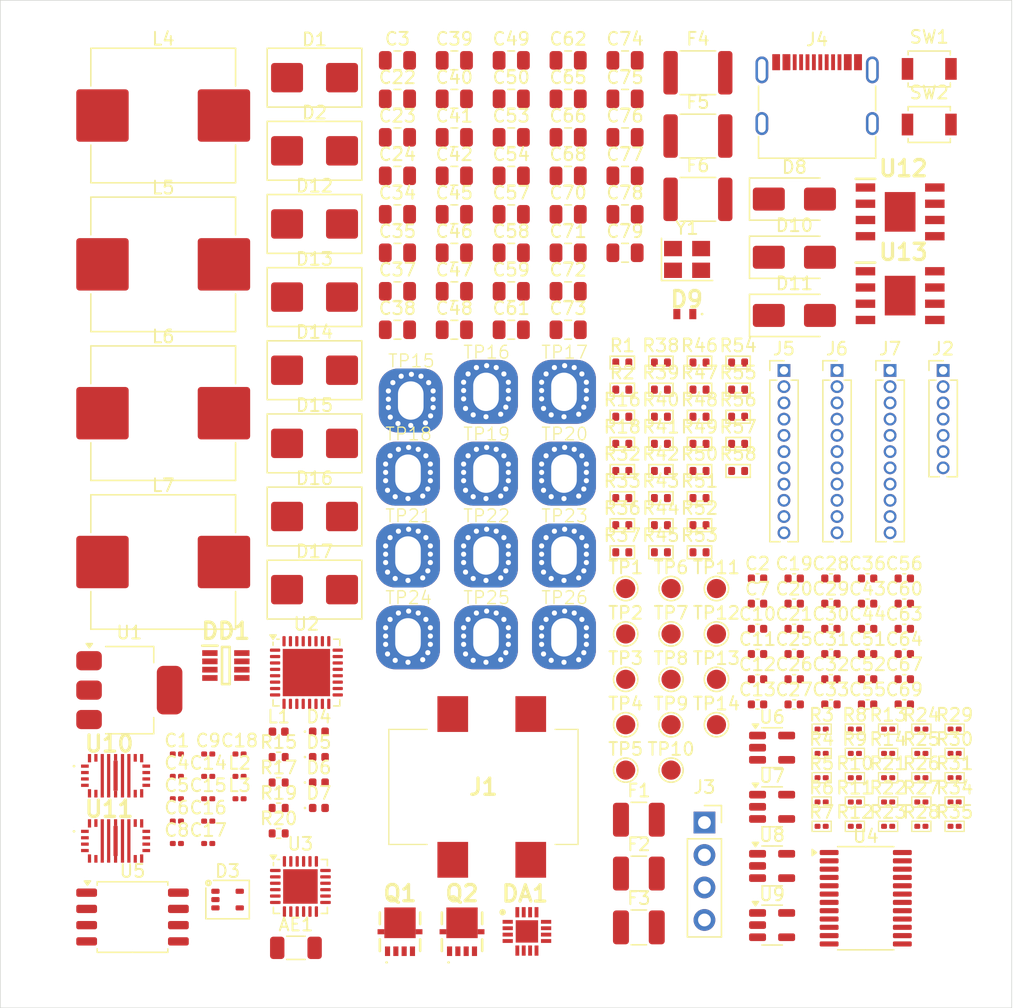
<source format=kicad_pcb>
(kicad_pcb (version 20241229) (generator "pcbnew") (generator_version "9.0")
  (layers (0 "F.Cu" signal) (2 "B.Cu" signal) (13 "F.Paste" user) (15 "B.Paste" user) (5 "F.SilkS" user "F.Silkscreen") (7 "B.SilkS" user "B.Silkscreen") (1 "F.Mask" user) (3 "B.Mask" user) (25 "Edge.Cuts" user))
  (net 0 "")
  (net 2 "Net-(AE1-PCB_Trace)")
  (net 3 "Earth")
  (net 4 "Net-(U2-XTAL_N)")
  (net 5 "+3.3V_LDO")
  (net 6 "+5.2V_")
  (net 7 "Net-(C5-Pad1)")
  (net 8 "Net-(C6-Pad1)")
  (net 9 "+5.2V_USB_")
  (net 10 "Net-(U2-LNA_IN)")
  (net 11 "Net-(U3-VREG_2V7)")
  (net 12 "Net-(U3-VREG_1V2)")
  (net 13 "PD_VDD")
  (net 14 "+5V_USB")
  (net 15 "Net-(D8-K)")
  (net 16 "PD-Voltage")
  (net 17 "Net-(C29-Pad2)")
  (net 18 "Net-(U10-EXTVCC)")
  (net 19 "Net-(U11-EXTVCC)")
  (net 20 "Net-(U10-BOOT1)")
  (net 21 "Net-(U10-SW1)")
  (net 22 "Net-(U11-SW1)")
  (net 23 "Net-(U11-BOOT1)")
  (net 24 "+5.2V")
  (net 25 "Net-(U10-BOOT2)")
  (net 26 "Net-(U10-SW2)")
  (net 27 "Net-(U11-BOOT2)")
  (net 28 "Net-(U11-SW2)")
  (net 29 "VOUT1_")
  (net 30 "VOUT2_")
  (net 31 "Net-(U12-BOOT)")
  (net 32 "Net-(D10-K)")
  (net 33 "Net-(U13-BOOT)")
  (net 34 "Net-(D11-K)")
  (net 35 "VOUT3_")
  (net 36 "Net-(DA1-NR{slash}SS)")
  (net 37 "Net-(U10-COMP)")
  (net 38 "Net-(U11-COMP)")
  (net 39 "Net-(C67-Pad1)")
  (net 40 "Net-(C69-Pad1)")
  (net 41 "Net-(C70-Pad1)")
  (net 42 "VOUT1")
  (net 43 "VOUT2")
  (net 44 "Net-(D3-L1)")
  (net 45 "Net-(D3-L2)")
  (net 48 "Net-(D4-A)")
  (net 49 "Net-(D5-A)")
  (net 50 "Net-(D6-A)")
  (net 51 "Net-(D7-A)")
  (net 52 "Net-(D12-A)")
  (net 53 "Net-(D13-A)")
  (net 54 "Net-(D14-A)")
  (net 55 "Net-(D15-A)")
  (net 56 "Net-(D16-A)")
  (net 57 "Net-(D17-A)")
  (net 58 "LDO_EN")
  (net 59 "Net-(DA1-REF)")
  (net 61 "SPI_MOSI")
  (net 62 "SPI_SCLK")
  (net 63 "POT_CS")
  (net 64 "VOUT3")
  (net 65 "+5.2V_USB")
  (net 66 "ST7789_DC")
  (net 67 "ST7789_CS")
  (net 68 "ST7789_RST")
  (net 69 "U0RX")
  (net 70 "Net-(J3-Pin_3)")
  (net 77 "BUTTON_5")
  (net 78 "BUTTON_1")
  (net 79 "BUTTON_8")
  (net 80 "BUTTON_7")
  (net 81 "BUTTON_11")
  (net 82 "BUTTON_2")
  (net 83 "BUTTON_4")
  (net 84 "BUTTON_3")
  (net 85 "BUTTON_9")
  (net 86 "BUTTON_10")
  (net 87 "BUTTON_6")
  (net 88 "Net-(U2-XTAL_P)")
  (net 89 "Net-(Q1-G)")
  (net 90 "SCL")
  (net 91 "SDA")
  (net 92 "U0TX")
  (net 93 "GPIO18")
  (net 94 "GPIO19")
  (net 95 "CURR_SENSE_1")
  (net 96 "GPIO0")
  (net 97 "CURR_SENSE_2")
  (net 98 "GPIO1")
  (net 99 "GPIO3")
  (net 100 "CURR_SENSE_3")
  (net 101 "CURR_SENSE_4")
  (net 102 "GPIO4")
  (net 103 "GPIO6")
  (net 104 "GPIO7")
  (net 105 "GPIO5")
  (net 106 "GPIO8")
  (net 107 "GPIO10")
  (net 108 "Net-(U3-ADDR0)")
  (net 109 "Net-(U3-ADDR1)")
  (net 110 "Net-(U2-SPIHD)")
  (net 111 "SPIHD")
  (net 112 "Net-(U2-SPIWP)")
  (net 113 "SPIWP")
  (net 114 "Net-(U2-SPICS0)")
  (net 115 "SPICS0")
  (net 116 "Net-(U2-SPICLK)")
  (net 117 "SPICLK")
  (net 118 "SPID")
  (net 119 "Net-(U2-SPID)")
  (net 120 "Net-(U2-SPIQ)")
  (net 121 "SPIQ")
  (net 122 "Net-(U4-A0)")
  (net 123 "Net-(U4-A1)")
  (net 124 "Net-(U4-A2)")
  (net 125 "ESP-EN")
  (net 126 "GPIO9")
  (net 127 "VBUS_VS_DISH")
  (net 128 "GPIO2")
  (net 129 "VBUS_EN_SNK")
  (net 130 "DISH")
  (net 131 "Net-(U10-DITH{slash}SYNC)")
  (net 132 "Net-(U11-DITH{slash}SYNC)")
  (net 133 "Net-(U10-FSW)")
  (net 134 "Net-(U11-FSW)")
  (net 135 "Net-(U12-RT{slash}SYNC)")
  (net 136 "Net-(U13-RT{slash}SYNC)")
  (net 137 "Net-(U10-MODE)")
  (net 138 "Net-(U11-MODE)")
  (net 139 "Net-(U12-FB)")
  (net 140 "Net-(U13-FB)")
  (net 141 "Net-(U3-ALERT)")
  (net 142 "Net-(U4-~{INT})")
  (net 143 "Net-(U12-PG)")
  (net 144 "Net-(U13-PG)")
  (net 145 "Net-(U10-FB{slash}~{INT})")
  (net 146 "Net-(U10-CDC)")
  (net 147 "Net-(U11-FB{slash}~{INT})")
  (net 148 "Net-(U11-CDC)")
  (net 149 "PD-RST")
  (net 155 "TPS1_EN")
  (net 156 "TPS2_EN")
  (footprint "PCM_Diode_SMD_AKL:D_SMB_TVS" (layer "F.Cu") (at 2071.474123 7.31)
    (property "Reference" "D13")
    (property "Value" "SMBJ40CA" (hide yes))
  )
  (footprint "PCM_Resistor_SMD_AKL:R_0201_0603Metric" (layer "F.Cu") (at 2118.934123 48.7)
    (property "Reference" "R28")
    (property "Value" "0" (hide yes))
  )
  (footprint "PCM_Diode_SMD_AKL:D_SMB_TVS" (layer "F.Cu") (at 2071.474123 13.03)
    (property "Reference" "D14")
    (property "Value" "SMBJ40CA" (hide yes))
  )
  (footprint "TestPoint:TestPoint_Pad_D1.5mm" (layer "F.Cu") (at 2095.809123 37.205)
    (property "Reference" "TP3")
    (property "Value" "TestPoint")
  )
  (footprint "Capacitor_SMD:C_0402_1005Metric" (layer "F.Cu") (at 2114.729123 37.195)
    (property "Reference" "C52")
    (property "Value" "100nF")
  )
  (footprint "STL6P3LLH6:STL8N10F7" (layer "F.Cu") (at 2078.159123 56.945)
    (property "Reference" "Q1")
    (property "Value" "STL6P3LLH6" (hide yes))
  )
  (footprint "Capacitor_SMD:C_0201_0603Metric" (layer "F.Cu") (at 2063.159123 44.795)
    (property "Reference" "C14")
    (property "Value" "100nF")
  )
  (footprint "PCM_Resistor_SMD_AKL:R_0201_0603Metric" (layer "F.Cu") (at 2113.734123 43)
    (property "Reference" "R9")
    (property "Value" "0" (hide yes))
  )
  (footprint "TestPoint:TestPoint_power" (layer "F.Cu") (at 2084.934123 31.32)
    (property "Reference" "TP25")
    (property "Value" "TestPoint")
  )
  (footprint "PCM_Resistor_SMD_AKL:R_0402_1005Metric" (layer "F.Cu") (at 2101.584123 27.27)
    (property "Reference" "R53")
    (property "Value" "16.9K" (hide yes))
  )
  (footprint "Connector_PinHeader_1.27mm:PinHeader_1x11_P1.27mm_Vertical" (layer "F.Cu") (at 2112.339123 13.045)
    (property "Reference" "J6")
    (property "Value" "Conn_01x11_Pin")
  )
  (footprint "Capacitor_SMD:C_0402_1005Metric" (layer "F.Cu") (at 2108.989123 39.165)
    (property "Reference" "C27")
    (property "Value" "100nF")
  )
  (footprint "Connector_PinHeader_1.27mm:PinHeader_1x11_P1.27mm_Vertical" (layer "F.Cu") (at 2116.489123 13.045)
    (property "Reference" "J7")
    (property "Value" "Conn_01x11_Pin")
  )
  (footprint "TestPoint:TestPoint_power" (layer "F.Cu") (at 2078.834123 18.52)
    (property "Reference" "TP18")
    (property "Value" "TestPoint")
  )
  (footprint "Capacitor_SMD:C_0402_1005Metric" (layer "F.Cu") (at 2108.989123 29.315)
    (property "Reference" "C19")
    (property "Value" "1uF")
  )
  (footprint "TPS7A57:TPS7A57" (layer "F.Cu") (at 2088.084123 56.92)
    (property "Reference" "DA1")
    (property "Value" "TPS7A5701RTER" (hide yes))
  )
  (footprint "Package_TO_SOT_SMD:SOT-23-5" (layer "F.Cu") (at 2107.259123 47.175)
    (property "Reference" "U7")
    (property "Value" "INA180A2")
  )
  (footprint "PCM_Resistor_SMD_AKL:R_0402_1005Metric" (layer "F.Cu") (at 2095.544123 23.03)
    (property "Reference" "R33")
    (property "Value" "1K" (hide yes))
  )
  (footprint "Diode_SMD:D_SMA" (layer "F.Cu") (at 2109.004123 -0.355)
    (property "Reference" "D8")
    (property "Value" "SS34")
  )
  (footprint "Capacitor_SMD:C_0805_2012Metric" (layer "F.Cu") (at 2082.409123 -8.195)
    (property "Reference" "C40")
    (property "Value" "22uF")
  )
  (footprint "PCM_Resistor_SMD_AKL:R_0201_0603Metric" (layer "F.Cu") (at 2121.534123 48.7)
    (property "Reference" "R35")
    (property "Value" "100K" (hide yes))
  )
  (footprint "PCM_Resistor_SMD_AKL:R_0402_1005Metric" (layer "F.Cu") (at 2101.584123 12.43)
    (property "Reference" "R46")
    (property "Value" "10K" (hide yes))
  )
  (footprint "Capacitor_SMD:C_0805_2012Metric" (layer "F.Cu") (at 2077.959123 6.855)
    (property "Reference" "C37")
    (property "Value" "22uF")
  )
  (footprint "PCM_Resistor_SMD_AKL:R_0201_0603Metric" (layer "F.Cu") (at 2118.934123 41.1)
    (property "Reference" "R24")
    (property "Value" "0" (hide yes))
  )
  (footprint "PCM_Diode_SMD_AKL:D_SMB_TVS" (layer "F.Cu") (at 2071.474123 -9.85)
    (property "Reference" "D1")
    (property "Value" "SMBJ40CA" (hide yes))
  )
  (footprint "LED_SMD:LED_0402_1005Metric" (layer "F.Cu") (at 2071.814123 43.285)
    (property "Reference" "D5")
    (property "Value" "LED")
  )
  (footprint "PCM_Resistor_SMD_AKL:R_0201_0603Metric" (layer "F.Cu") (at 2116.334123 43)
    (property "Reference" "R14")
    (property "Value" "0" (hide yes))
  )
  (footprint "Capacitor_SMD:C_0201_0603Metric" (layer "F.Cu") (at 2063.159123 46.545)
    (property "Reference" "C15")
    (property "Value" "100nF")
  )
  (footprint "Button_Switch_SMD:SW_SPST_B3U-1000P" (layer "F.Cu") (at 2119.549123 -6.185)
    (property "Reference" "SW2")
    (property "Value" "TS-1088-AR02016")
  )
  (footprint "Capacitor_SMD:C_0805_2012Metric" (layer "F.Cu") (at 2082.409123 -11.205)
    (property "Reference" "C39")
    (property "Value" "22uF")
  )
  (footprint "LED_SMD:LED_0402_1005Metric" (layer "F.Cu") (at 2071.814123 47.265)
    (property "Reference" "D7")
    (property "Value" "LED")
  )
  (footprint "Connector_USB:USB_C_Receptacle_G-Switch_GT-USB-7010ASV" (layer "F.Cu") (at 2110.779123 -7.335)
    (property "Reference" "J4")
    (property "Value" "TYPE-C-31-M-31")
  )
  (footprint "Capacitor_SMD:C_0805_2012Metric" (layer "F.Cu") (at 2086.859123 6.855)
    (property "Reference" "C59")
    (property "Value" "47uF")
  )
  (footprint "PCM_Resistor_SMD_AKL:R_0402_1005Metric" (layer "F.Cu") (at 2095.544123 20.91)
    (property "Reference" "R32")
    (property "Value" "470" (hide yes))
  )
  (footprint "PCM_Resistor_SMD_AKL:R_0201_0603Metric" (layer "F.Cu") (at 2111.134123 44.9)
    (property "Reference" "R5")
    (property "Value" "0" (hide yes))
  )
  (footprint "Capacitor_SMD:C_0805_2012Metric" (layer "F.Cu") (at 2082.409123 6.855)
    (property "Reference" "C47")
    (property "Value" "22uF")
  )
  (footprint "TestPoint:TestPoint_Pad_D1.5mm" (layer "F.Cu") (at 2102.909123 30.105)
    (property "Reference" "TP11")
    (property "Value" "TestPoint")
  )
  (footprint "Capacitor_SMD:C_0402_1005Metric" (layer "F.Cu") (at 2106.119123 31.285)
    (property "Reference" "C7")
    (property "Value" "22uF")
  )
  (footprint "Package_TO_SOT_SMD:SOT-23-5" (layer "F.Cu") (at 2107.259123 56.425)
    (property "Reference" "U9")
    (property "Value" "INA180A2")
  )
  (footprint "TestPoint:TestPoint_power" (layer "F.Cu") (at 2091.034123 18.52)
    (property "Reference" "TP20")
    (property "Value" "TestPoint")
  )
  (footprint "PCM_Resistor_SMD_AKL:R_0402_1005Metric" (layer "F.Cu") (at 2098.564123 20.91)
    (property "Reference" "R42")
    (property "Value" "82K" (hide yes))
  )
  (footprint "Capacitor_SMD:C_0805_2012Metric" (layer "F.Cu") (at 2077.959123 3.845)
    (property "Reference" "C35")
    (property "Value" "22uF")
  )
  (footprint "Capacitor_SMD:C_0805_2012Metric" (layer "F.Cu") (at 2095.759123 -8.195)
    (property "Reference" "C75")
    (property "Value" "47uF")
  )
  (footprint "PCM_Diode_SMD_AKL:D_SMB_TVS" (layer "F.Cu") (at 2071.474123 -4.13)
    (property "Reference" "D2")
    (property "Value" "SMBJ40CA" (hide yes))
  )
  (footprint "Capacitor_SMD:C_0402_1005Metric" (layer "F.Cu") (at 2108.989123 33.255)
    (property "Reference" "C21")
    (property "Value" "1uF")
  )
  (footprint "Capacitor_SMD:C_0805_2012Metric" (layer "F.Cu") (at 2091.309123 -8.195)
    (property "Reference" "C65")
    (property "Value" "47uF")
  )
  (footprint "Capacitor_SMD:C_0805_2012Metric" (layer "F.Cu") (at 2095.759123 0.835)
    (property "Reference" "C78")
    (property "Value" "22uF")
  )
  (footprint "Inductor_SMD:L_APV_APH1040" (layer "F.Cu") (at 2059.639123 4.75)
    (property "Reference" "L5")
    (property "Value" "IHLP4040DZER4R7M01")
  )
  (footprint "Fuse:Fuse_1210_3225Metric" (layer "F.Cu") (at 2096.839123 48.185)
    (property "Reference" "F1")
    (property "Value" "SL1210650")
  )
  (footprint "Inductor_SMD:L_0201_0603Metric" (layer "F.Cu") (at 2065.609123 44.795)
    (property "Reference" "L2")
    (property "Value" "24nH")
  )
  (footprint "Capacitor_SMD:C_0805_2012Metric" (layer "F.Cu") (at 2095.759123 3.845)
    (property "Reference" "C79")
    (property "Value" "22uF")
  )
  (footprint "PCM_Resistor_SMD_AKL:R_0402_1005Metric" (layer "F.Cu") (at 2101.584123 20.91)
    (property "Reference" "R50")
    (property "Value" "0.01" (hide yes))
  )
  (footprint "Capacitor_SMD:C_0402_1005Metric" (layer "F.Cu") (at 2114.729123 33.255)
    (property "Reference" "C44")
    (property "Value" "100nF")
  )
  (footprint "PCM_Resistor_SMD_AKL:R_0402_1005Metric" (layer "F.Cu") (at 2104.604123 14.55)
    (property "Reference" "R55")
    (property "Value" "16.9K" (hide yes))
  )
  (footprint "TestPoint:TestPoint_Pad_D1.5mm" (layer "F.Cu") (at 2102.909123 40.755)
    (property "Reference" "TP14")
    (property "Value" "TestPoint")
  )
  (footprint "LED_SMD:LED_0402_1005Metric" (layer "F.Cu") (at 2071.814123 41.295)
    (property "Reference" "D4")
    (property "Value" "LED")
  )
  (footprint "PCM_Resistor_SMD_AKL:R_0402_1005Metric" (layer "F.Cu") (at 2095.544123 14.55)
    (property "Reference" "R2")
    (property "Value" "4.7K" (hide yes))
  )
  (footprint "Capacitor_SMD:C_0805_2012Metric" (layer "F.Cu") (at 2077.959123 9.865)
    (property "Reference" "C38")
    (property "Value" "22uF")
  )
  (footprint "Package_TO_SOT_SMD:SOT-23-5" (layer "F.Cu") (at 2107.259123 42.55)
    (property "Reference" "U6")
    (property "Value" "INA180A2")
  )
  (footprint "PCM_Resistor_SMD_AKL:R_0402_1005Metric" (layer "F.Cu") (at 2098.564123 14.55)
    (property "Reference" "R39")
    (property "Value" "1K" (hide yes))
  )
  (footprint "TestPoint:TestPoint_power" (layer "F.Cu") (at 2091.034123 12.12)
    (property "Reference" "TP17")
    (property "Value" "TestPoint")
  )
  (footprint "PCM_Resistor_SMD_AKL:R_0201_0603Metric" (layer "F.Cu") (at 2111.134123 43)
    (property "Reference" "R4")
    (property "Value" "0" (hide yes))
  )
  (footprint "PCM_Resistor_SMD_AKL:R_0402_1005Metric" (layer "F.Cu") (at 2101.584123 16.67)
    (property "Reference" "R48")
    (property "Value" "70.6K" (hide yes))
  )
  (footprint "Capacitor_SMD:C_0805_2012Metric" (layer "F.Cu") (at 2086.859123 -11.205)
    (property "Reference" "C49")
    (property "Value" "47uF")
  )
  (footprint "TestPoint:TestPoint_power" (layer "F.Cu") (at 2091.034123 24.92)
    (property "Reference" "TP23")
    (property "Value" "TestPoint")
  )
  (footprint "PCM_Diode_SMD_AKL:D_SMB_TVS" (layer "F.Cu") (at 2071.474123 1.59)
    (property "Reference" "D12")
    (property "Value" "SMBJ40CA" (hide yes))
  )
  (footprint "Capacitor_SMD:C_0805_2012Metric" (layer "F.Cu") (at 2091.309123 -2.175)
    (property "Reference" "C68")
    (property "Value" "22uF")
  )
  (footprint "Capacitor_SMD:C_0805_2012Metric" (layer "F.Cu") (at 2091.309123 6.855)
    (property "Reference" "C72")
    (property "Value" "47uF")
  )
  (footprint "PCM_Resistor_SMD_AKL:R_0201_0603Metric" (layer "F.Cu") (at 2118.934123 44.9)
    (property "Reference" "R26")
    (property "Value" "0" (hide yes))
  )
  (footprint "PCM_Resistor_SMD_AKL:R_0201_0603Metric" (layer "F.Cu") (at 2121.534123 44.9)
    (property "Reference" "R31")
    (property "Value" "10K" (hide yes))
  )
  (footprint "STL6P3LLH6:STL8N10F7" (layer "F.Cu") (at 2083.009123 56.945)
    (property "Reference" "Q2")
    (property "Value" "STL6P3LLH6" (hide yes))
  )
  (footprint "TestPoint:TestPoint_Pad_D1.5mm" (layer "F.Cu") (at 2099.359123 33.655)
    (property "Reference" "TP7")
    (property "Value" "TestPoint")
  )
  (footprint "Capacitor_SMD:C_0201_0603Metric" (layer "F.Cu") (at 2065.609123 43.045)
    (property "Reference" "C18")
    (property "Value" "1.8pF")
  )
  (footprint "Capacitor_SMD:C_0805_2012Metric" (layer "F.Cu") (at 2086.859123 -5.185)
    (property "Reference" "C53")
    (property "Value" "22uF")
  )
  (footprint "Capacitor_SMD:C_0805_2012Metric" (layer "F.Cu") (at 2091.309123 3.845)
    (property "Reference" "C71")
    (property "Value" "47uF")
  )
  (footprint "Capacitor_SMD:C_0402_1005Metric" (layer "F.Cu") (at 2111.859123 39.165)
    (property "Reference" "C33")
    (property "Value" "100nF")
  )
  (footprint "PCM_Resistor_SMD_AKL:R_0201_0603Metric" (layer "F.Cu") (at 2111.134123 48.7)
    (property "Reference" "R7")
    (property "Value" "0" (hide yes))
  )
  (footprint "Capacitor_SMD:C_0402_1005Metric" (layer "F.Cu") (at 2111.859123 35.225)
    (property "Reference" "C31")
    (property "Value" "100nF")
  )
  (footprint "Fuse:Fuse_1210_3225Metric" (layer "F.Cu") (at 2096.839123 52.395)
    (property "Reference" "F2")
    (property "Value" "SL1210650")
  )
  (footprint "Capacitor_SMD:C_0201_0603Metric" (layer "F.Cu") (at 2063.159123 50.045)
    (property "Reference" "C17")
    (property "Value" "1uF")
  )
  (footprint "PCM_Resistor_SMD_AKL:R_0201_0603Metric" (layer "F.Cu") (at 2116.334123 46.8)
    (property "Reference" "R22")
    (property "Value" "0" (hide yes))
  )
  (footprint "LED_SMD:LED_0402_1005Metric" (layer "F.Cu") (at 2071.814123 45.275)
    (property "Reference" "D6")
    (property "Value" "LED")
  )
  (footprint "LMR16030:LMR16030" (layer "F.Cu") (at 2117.274123 0.645)
    (property "Reference" "U12")
    (property "Value" "LMR16030PDDAR" (hide yes))
  )
  (footprint "Capacitor_SMD:C_0805_2012Metric" (layer "F.Cu") (at 2082.409123 -2.175)
    (property "Reference" "C42")
    (property "Value" "22uF")
  )
  (footprint "PCM_Package_TO_SOT_SMD_AKL:SOT-353_SC-70-5" (layer "F.Cu") (at 2064.674123 54.43)
    (property "Reference" "D3")
    (property "Value" "ESDA25W5" (hide yes))
  )
  (footprint "TestPoint:TestPoint_Pad_D1.5mm" (layer "F.Cu") (at 2095.809123 40.755)
    (property "Reference" "TP4")
    (property "Value" "TestPoint")
  )
  (footprint "Package_TO_SOT_SMD:SOT-223-3_TabPin2" (layer "F.Cu") (at 2056.989123 38.05)
    (property "Reference" "U1")
    (property "Value" "AP1117-33")
  )
  (footprint "Capacitor_SMD:C_0805_2012Metric" (layer "F.Cu") (at 2077.959123 0.835)
    (property "Reference" "C34")
    (property "Value" "22uF")
  )
  (footprint "TestPoint:TestPoint_power" (layer "F.Cu") (at 2084.934123 12.12)
    (property "Reference" "TP16")
    (property "Value" "TestPoint")
  )
  (footprint "Capacitor_SMD:C_0805_2012Metric" (layer "F.Cu") (at 2095.759123 -2.175)
    (property "Reference" "C77")
    (property "Value" "22uF")
  )
  (footprint "TestPoint:TestPoint_Pad_D1.5mm" (layer "F.Cu") (at 2102.909123 33.655)
    (property "Reference" "TP12")
    (property "Value" "TestPoint")
  )
  (footprint "PCM_Resistor_SMD_AKL:R_0402_1005Metric" (layer "F.Cu") (at 2095.544123 25.15)
    (property "Reference" "R36")
    (property "Value" "22K" (hide yes))
  )
  (footprint "PCM_Resistor_SMD_AKL:R_0402_1005Metric" (layer "F.Cu") (at 2098.564123 12.43)
    (property "Reference" "R38")
    (property "Value" "100" (hide yes))
  )
  (footprint "PCM_Resistor_SMD_AKL:R_0201_0603Metric" (layer "F.Cu") (at 2118.934123 43)
    (property "Reference" "R25")
    (property "Value" "0" (hide yes))
  )
  (footprint "Capacitor_SMD:C_0402_1005Metric" (layer "F.Cu") (at 2111.859123 37.195)
    (property "Reference" "C32")
    (property "Value" "100nF")
  )
  (footprint "TPS55289RYQR:TPS55289RYQR" (layer "F.Cu") (at 2055.914123 44.745)
    (property "Reference" "U10")
    (property "Value" "TPS55289RYQR" (hide yes))
  )
  (footprint "PCM_Diode_SMD_AKL:D_SMB_TVS" (layer "F.Cu") (at 2071.474123 24.47)
    (property "Reference" "D16")
    (property "Value" "SMBJ40CA" (hide yes))
  )
  (footprint "PCM_Resistor_SMD_AKL:R_0201_0603Metric" (layer "F.Cu") (at 2121.534123 41.1)
    (property "Reference" "R29")
    (property "Value" "0" (hide yes))
  )
  (footprint "Package_SO:TSSOP-24_4.4x7.8mm_P0.65mm" (layer "F.Cu") (at 2114.584123 54.325)
    (property "Reference" "U4")
    (property "Value" "PCA9555PW")
  )
  (footprint "PCM_Resistor_SMD_AKL:R_0402_1005Metric" (layer "F.Cu") (at 2098.564123 27.27)
    (property "Reference" "R45")
    (property "Value" "49.9K" (hide yes))
  )
  (footprint "TPS55289RYQR:TPS55289RYQR" (layer "F.Cu") (at 2055.914123 49.845)
    (property "Reference" "U11")
    (property "Value" "TPS55289RYQR" (hide yes))
  )
  (footprint "Capacitor_SMD:C_0402_1005Metric" (layer "F.Cu") (at 2106.119123 37.195)
    (property "Reference" "C12")
    (property "Value" "100nF")
  )
  (footprint "Package_DFN_QFN:QFN-24-1EP_4x4mm_P0.5mm_EP2.7x2.7mm" (layer "F.Cu") (at 2070.369123 53.405)
    (property "Reference" "U3")
    (property "Value" "STUSB4500QTR")
  )
  (footprint "PCM_Resistor_SMD_AKL:R_0402_1005Metric" (layer "F.Cu") (at 2098.564123 25.15)
    (property "Reference" "R44")
    (property "Value" "49.9K" (hide yes))
  )
  (footprint "ESDA25P35-1U1M:ESDA25P351U1M" (layer "F.Cu") (at 2100.434123 8.64)
    (property "Reference" "D9")
    (property "Value" "ESDA25P35-1U1M" (hide yes))
  )
  (footprint "PCM_Resistor_SMD_AKL:R_0402_1005Metric" (layer "F.Cu") (at 2104.604123 18.79)
    (property "Reference" "R57")
    (property "Value" "0.01" (hide yes))
  )
  (footprint "Capacitor_SMD:C_0805_2012Metric" (layer "F.Cu") (at 2077.959123 -11.205)
    (property "Reference" "C3")
    (property "Value" "22uF")
  )
  (footprint "TestPoint:TestPoint_Pad_D1.5mm" (layer "F.Cu") (at 2099.359123 30.105)
    (property "Reference" "TP6")
    (property "Value" "TestPoint")
  )
  (footprint "PCM_Resistor_SMD_AKL:R_0201_0603Metric" (layer "F.Cu") (at 2118.934123 46.8)
    (property "Reference" "R27")
    (property "Value" "0" (hide yes))
  )
  (footprint "Capacitor_SMD:C_0805_2012Metric" (layer "F.Cu") (at 2091.309123 -5.185)
    (property "Reference" "C66")
    (property "Value" "22uF")
  )
  (footprint "Resistor_SMD:R_0402_1005Metric" (layer "F.Cu") (at 2068.669123 47.265)
    (property "Reference" "R19")
    (property "Value" "10K")
  )
  (footprint "Capacitor_SMD:C_0805_2012Metric" (layer "F.Cu") (at 2095.759123 -11.205)
    (property "Reference" "C74")
    (property "Value" "47uF")
  )
  (footprint "PCM_Resistor_SMD_AKL:R_0402_1005Metric" (layer "F.Cu") (at 2104.604123 20.91)
    (property "Reference" "R58")
    (property "Value" "0.01" (hide yes))
  )
  (footprint "Resistor_SMD:R_0402_1005Metric" (layer "F.Cu") (at 2068.669123 49.255)
    (property "Reference" "R20")
    (property "Value" "10K")
  )
  (footprint "Capacitor_SMD:C_0402_1005Metric" (layer "F.Cu") (at 2106.119123 33.255)
    (property "Reference" "C10")
    (property "Value" "22uF")
  )
  (footprint "PCM_Resistor_SMD_AKL:R_0402_1005Metric" (layer "F.Cu") (at 2095.544123 27.27)
    (property "Reference" "R37")
    (property "Value" "100K" (hide yes))
  )
  (footprint "Fuse:Fuse_1812_4532Metric" (layer "F.Cu") (at 2101.459123 -10.235)
    (property "Reference" "F4")
    (property "Value" "SMD1812P350TF")
  )
  (footprint "Connector_PinHeader_1.27mm:PinHeader_1x11_P1.27mm_Vertical" (layer "F.Cu") (at 2108.189123 13.045)
    (property "Reference" "J5")
    (property "Value" "Conn_01x11_Pin")
  )
  (footprint "Inductor_SMD:L_0201_0603Metric" (layer "F.Cu") (at 2065.609123 46.545)
    (property "Reference" "L3")
    (property "Value" "3nH")
  )
  (footprint "TestPoint:TestPoint_Pad_D1.5mm" (layer "F.Cu") (at 2095.809123 33.655)
    (property "Reference" "TP2")
    (property "Value" "TestPoint")
  )
  (footprint "Capacitor_SMD:C_0805_2012Metric" (layer "F.Cu") (at 2091.309123 9.865)
    (property "Reference" "C73")
    (property "Value" "22uF")
  )
  (footprint "PCM_Resistor_SMD_AKL:R_0201_0603Metric" (layer "F.Cu") (at 2121.534123 46.8)
    (property "Reference" "R34")
    (property "Value" "100K" (hide yes))
  )
  (footprint "Inductor_SMD:L_APV_APH1040" (layer "F.Cu") (at 2059.639123 28.03)
    (property "Reference" "L7")
    (property "Value" "IHLP4040DZER100M01")
  )
  (footprint "Capacitor_SMD:C_0805_2012Metric" (layer "F.Cu") (at 2086.859123 3.845)
    (property "Reference" "C58")
    (property "Value" "22uF")
  )
  (footprint "PCM_Resistor_SMD_AKL:R_0402_1005Metric" (layer "F.Cu") (at 2101.584123 25.15)
    (property "Reference" "R52")
    (property "Value" "100K" (hide yes))
  )
  (footprint "PCM_Resistor_SMD_AKL:R_0201_0603Metric" (layer "F.Cu") (at 2113.734123 41.1)
    (property "Reference" "R8")
    (property "Value" "0" (hide yes))
  )
  (footprint "Capacitor_SMD:C_0402_1005Metric" (layer "F.Cu") (at 2117.599123 29.315)
    (property "Reference" "C56")
    (property "Value" "100nF")
  )
  (footprint "Capacitor_SMD:C_0402_1005Metric" (layer "F.Cu") (at 2114.729123 29.315)
    (property "Reference" "C36")
    (property "Value" "100nF")
  )
  (footprint "Package_SO:SOIC-8_5.3x5.3mm_P1.27mm" (layer "F.Cu") (at 2057.239123 55.795)
    (property "Reference" "U5")
    (property "Value" "W25Q128JVS")
  )
  (footprint "LMR16030:LMR16030" (layer "F.Cu") (at 2117.274123 7.195)
    (property "Reference" "U13")
    (property "Value" "LMR16030PDDAR" (hide yes))
  )
  (footprint "Capacitor_SMD:C_0805_2012Metric" (layer "F.Cu") (at 2077.959123 -5.185)
    (property "Reference" "C23")
    (property "Value" "22uF")
  )
  (footprint "Capacitor_SMD:C_0402_1005Metric" (layer "F.Cu") (at 2106.119123 35.225)
    (property "Reference" "C11")
    (property "Value" "10uF")
  )
  (footprint "Diode_SMD:D_SMA" (layer "F.Cu") (at 2109.004123 8.745)
    (property "Reference" "D11")
    (property "Value" "SS34")
  )
  (footprint "PCM_Resistor_SMD_AKL:R_0402_1005Metric" (layer "F.Cu") (at 2098.564123 18.79)
    (property "Reference" "R41")
    (property "Value" "0" (hide yes))
  )
  (footprint "Capacitor_SMD:C_0402_1005Metric" (layer "F.Cu") (at 2117.599123 37.195)
    (property "Reference" "C67")
    (property "Value" "2.4nF")
  )
  (footprint "Diode_SMD:D_SMA" (layer "F.Cu") (at 2109.004123 4.195)
    (property "Reference" "D10")
    (property "Value" "SS34")
  )
  (footprint "TestPoint:TestPoint_power" (layer "F.Cu") (at 2084.934123 24.92)
    (property "Reference" "TP22")
    (property "Value" "TestPoint")
  )
  (footprint "TestPoint:TestPoint_Pad_D1.5mm" (layer "F.Cu") (at 2102.909123 37.205)
    (property "Reference" "TP13")
    (property "Value" "TestPoint")
  )
  (footprint "Capacitor_SMD:C_0805_2012Metric" (layer "F.Cu") (at 2095.759123 -5.185)
    (property "Reference" "C76")
    (property "Value" "47uF")
  )
  (footprint "Capacitor_SMD:C_0402_1005Metric" (layer "F.Cu") (at 2111.859123 31.285)
    (property "Reference" "C29")
    (property "Value" "100nF")
  )
  (footprint "Fuse:Fuse_1210_3225Metric" (layer "F.Cu") (at 2096.839123 56.605)
    (property "Reference" "F3")
    (property "Value" "SL1210650")
  )
  (footprint "Capacitor_SMD:C_0402_1005Metric" (layer "F.Cu") (at 2114.729123 31.285)
    (property "Reference" "C43")
    (property "Value" "100nF")
  )
  (footprint "TestPoint:TestPoint_power" (layer "F.Cu") (at 2079.05 12.8)
    (property "Reference" "TP15")
    (property "Value" "TestPoint")
  )
  (footprint "PCM_Resistor_SMD_AKL:R_0201_0603Metric" (layer "F.Cu") (at 2116.334123 41.1)
    (property "Reference" "R13")
    (property "Value" "0" (hide yes))
  )
  (footprint "Capacitor_SMD:C_0402_1005Metric" (layer "F.Cu") (at 2114.729123 39.165)
    (property "Reference" "C55")
    (property "Value" "100nF")
  )
  (footprint "Fuse:Fuse_1812_4532Metric" (layer "F.Cu") (at 2101.459123 -0.335)
    (property "Reference" "F6")
    (property "Value" "SMD1812P350TF")
  )
  (footprint "Capacitor_SMD:C_0402_1005Metric" (layer "F.Cu") (at 2111.859123 33.255)
    (property "Reference" "C30")
    (property "Value" "100nF")
  )
  (footprint "PCM_Resistor_SMD_AKL:R_0402_1005Metric" (layer "F.Cu") (at 2095.544123 12.43)
    (property "Reference" "R1")
    (property "Value" "4.7K" (hide yes))
  )
  (footprint "Capacitor_SMD:C_0805_2012Metric" (layer "F.Cu") (at 2091.309123 -11.205)
    (property "Reference" "C62")
    (property "Value" "22uF")
  )
  (footprint "TestPoint:TestPoint_power" (layer "F.Cu") (at 2078.834123 31.32)
    (property "Reference" "TP24")
    (property "Value" "TestPoint")
  )
  (footprint "TestPoint:TestPoint_power" (layer "F.Cu") (at 2078.834123 24.92)
    (property "Reference" "TP21")
    (property "Value" "TestPoint")
  )
  (footprint "Capacitor_SMD:C_0805_2012Metric" (layer "F.Cu") (at 2086.859123 -2.175)
    (property "Reference" "C54")
    (property "Value" "22uF")
  )
  (footprint "Capacitor_SMD:C_0201_0603Metric" (layer "F.Cu") (at 2063.159123 43.045)
    (property "Reference" "C9")
    (property "Value" "1uF")
  )
  (footprint "PCM_Resistor_SMD_AKL:R_0201_0603Metric" (layer "F.Cu") (at 2121.534123 43)
    (property "Reference" "R30")
    (property "Value" "10K" (hide yes))
  )
  (footprint "PCM_Resistor_SMD_AKL:R_0402_1005Metric" (layer "F.Cu") (at 2101.584123 18.79)
    (property "Reference" "R49")
    (property "Value" "70.6K" (hide yes))
  )
  (footprint "Capacitor_SMD:C_0201_0603Metric" (layer "F.Cu") (at 2063.159123 48.295)
    (property "Reference" "C16")
    (property "Value" "1.2pF")
  )
  (footprint "PCM_Resistor_SMD_AKL:R_0402_1005Metric" (layer "F.Cu") (at 2104.604123 16.67)
    (property "Reference" "R56")
    (property "Value" "0.01" (hide yes))
  )
  (footprint "PCM_Resistor_SMD_AKL:R_0402_1005Metric" (layer "F.Cu") (at 2101.584123 14.55)
    (property "Reference" "R47")
    (property "Value" "10K" (hide yes))
  )
  (footprint "Capacitor_SMD:C_0402_1005Metric" (layer "F.Cu") (at 2114.729123 35.225)
    (property "Reference" "C51")
    (property "Value" "100nF")
  )
  (footprint "Capacitor_SMD:C_0805_2012Metric" (layer "F.Cu") (at 2082.409123 9.865)
    (property "Reference" "C48")
    (property "Value" "22uF")
  )
  (footprint "PCM_Resistor_SMD_AKL:R_0201_0603Metric" (layer "F.Cu") (at 2116.334123 48.7)
    (property "Reference" "R23")
    (property "Value" "0" (hide yes))
  )
  (footprint "Capacitor_SMD:C_0402_1005Metric" (layer "F.Cu") (at 2117.599123 39.165)
    (property "Reference" "C69")
    (property "Value" "2.4nF")
  )
  (footprint "PCM_Resistor_SMD_AKL:R_0402_1005Metric" (layer "F.Cu") (at 2095.544123 16.67)
    (property "Reference" "R16")
    (property "Value" "100K" (hide yes))
  )
  (footprint "Button_Switch_SMD:SW_SPST_B3U-1000P" (layer "F.Cu") (at 2119.549123 -10.535)
    (property "Reference" "SW1")
    (property "Value" "TS-1088-AR02016")
  )
  (footprint "PCM_Diode_SMD_AKL:D_SMB_TVS" (layer "F.Cu") (at 2071.474123 30.19)
    (property "Reference" "D17")
    (property "Value" "SMBJ40CA" (hide yes))
  )
  (footprint "Capacitor_SMD:C_0402_1005Metric" (layer "F.Cu") (at 2117.599123 31.285)
    (property "Reference" "C60")
    (property "Value" "4.7uF")
  )
  (footprint "TestPoint:TestPoint_Pad_D1.5mm" (layer "F.Cu") (at 2099.359123 40.755)
    (property "Reference" "TP9")
    (property "Value" "TestPoint")
  )
  (footprint "Capacitor_SMD:C_0805_2012Metric" (layer "F.Cu") (at 2082.409123 3.845)
    (property "Reference" "C46")
    (property "Value" "22uF")
  )
  (footprint "Capacitor_SMD:C_0805_2012Metric" (layer "F.Cu") (at 2082.409123 -5.185)
    (property "Reference" "C41")
    (property "Value" "22uF")
  )
  (footprint "Package_TO_SOT_SMD:SOT-23-5" (layer "F.Cu") (at 2107.259123 51.8)
    (property "Reference" "U8")
    (property "Value" "INA180A2")
  )
  (footprint "Capacitor_SMD:C_0805_2012Metric" (layer "F.Cu") (at 2091.309123 0.835)
    (property "Reference" "C70")
    (property "Value" "47uF")
  )
  (footprint "Capacitor_SMD:C_0805_2012Metric" (layer "F.Cu") (at 2086.859123 -8.195)
    (property "Reference" "C50")
    (property "Value" "47uF")
  )
  (footprint "PCM_Resistor_SMD_AKL:R_0201_0603Metric" (layer "F.Cu") (at 2116.334123 44.9)
    (property "Reference" "R21")
    (property "Value" "0" (hide yes))
  )
  (footprint "Capacitor_SMD:C_0805_2012Metric" (layer "F.Cu") (at 2077.959123 -8.195)
    (property "Reference" "C22")
    (property "Value" "22uF")
  )
  (footprint "Capacitor_SMD:C_0402_1005Metric" (layer "F.Cu") (at 2117.599123 35.225)
    (property "Reference" "C64")
    (property "Value" "10pF")
  )
  (footprint "Inductor_SMD:L_0402_1005Metric" (layer "F.Cu") (at 2068.669123 41.295)
    (property "Reference" "L1")
    (property "Value" "2nH")
  )
  (footprint "Fuse:Fuse_1812_4532Metric" (layer "F.Cu") (at 2101.459123 -5.285)
    (property "Reference" "F5")
    (property "Value" "SMD1812P350TF")
  )
  (footprint "Resistor_SMD:R_0402_1005Metric" (layer "F.Cu") (at 2068.669123 45.275)
    (property "Reference" "R17")
    (property "Value" "1.5K")
  )
  (footprint "TestPoint:TestPoint_power" (layer "F.Cu") (at 2091.034123 31.32)
    (property "Reference" "TP26")
    (property "Value" "TestPoint")
  )
  (footprint "TestPoint:TestPoint_Pad_D1.5mm" (layer "F.Cu") (at 2095.809123 44.305)
    (property "Reference" "TP5")
    (property "Value" "TestPoint")
  )
  (footprint "Capacitor_SMD:C_0402_1005Metric" (layer "F.Cu") (at 2106.119123 39.165)
    (property "Reference" "C13")
    (property "Value" "100nF")
  )
  (footprint "PCM_Resistor_SMD_AKL:R_0201_0603Metric" (layer "F.Cu") (at 2113.734123 46.8)
    (property "Reference" "R11")
    (property "Value" "0" (hide yes))
  )
  (footprint "PCM_Resistor_SMD_AKL:R_0402_1005Metric" (layer "F.Cu") (at 2101.584123 23.03)
    (property "Reference" "R51")
    (property "Value" "0.01" (hide yes))
  )
  (footprint "PCM_Resistor_SMD_AKL:R_0201_0603Metric" (layer "F.Cu") (at 2111.134123 46.8)
    (property "Reference" "R6")
    (property "Value" "0" (hide yes))
  )
  (footprint "TestPoint:TestPoint_power" (layer "F.Cu") (at 2084.934123 18.52)
    (property "Reference" "TP19")
    (property "Value" "TestPoint")
  )
  (footprint "Inductor_SMD:L_APV_APH1040" (layer "F.Cu") (at 2059.639123 16.39)
    (property "Reference" "L6")
    (property "Value" "IHLP4040DZER100M01")
  )
  (footprint "PCM_Resistor_SMD_AKL:R_0402_1005Metric" (layer "F.Cu") (at 2098.564123 16.67)
    (property "Reference" "R40")
    (property "Value" "0" (hide yes))
  )
  (footprint "Capacitor_SMD:C_0402_1005Metric" (layer "F.Cu") (at 2108.989123 37.195)
    (property "Reference" "C26")
    (property "Value" "100nF")
  )
  (footprint "TestPoint:TestPoint_Pad_D1.5mm" (layer "F.Cu") (at 2099.359123 44.305)
    (property "Reference" "TP10")
    (property "Value" "TestPoint")
  )
  (footprint "Resistor_SMD:R_1206_3216Metric" (layer "F.Cu") (at 2070.019123 58.205)
    (property "Reference" "AE1")
    (property "Value" "ADWH002")
  )
  (footprint "Capacitor_SMD:C_0201_0603Metric" (layer "F.Cu") (at 2060.709123 43.045)
    (property "Reference" "C1")
    (property "Value" "24pF")
  )
  (footprint "Capacitor_SMD:C_0402_1005Metric" (layer "F.Cu") (at 2108.989123 31.285)
    (property "Reference" "C20")
    (property "Value" "1uF")
  )
  (footprint "TPL0501-100DCNR:SOT65P280X145-8N" (layer "F.Cu") (at 2064.539123 36.125)
    (property "Reference" "DD1")
    (property "Value" "TPL0501-100DCNR" (hide yes))
  )
  (footprint "Capacitor_SMD:C_0402_1005Metric" (layer "F.Cu") (at 2108.989123 35.225)
    (property "Reference" "C25")
    (property "Value" "1uF")
  )
  (footprint "Connector_PinHeader_1.27mm:PinHeader_1x07_P1.27mm_Vertical" (layer "F.Cu") (at 2120.639123 13.045)
    (property "Reference" "J2")
    (property "Value" "Conn_01x07_Pin")
  )
  (footprint "PCM_Resistor_SMD_AKL:R_0201_0603Metric" (layer "F.Cu") (at 2113.734123 44.9)
    (property "Reference" "R10")
    (property "Value" "0" (hide yes))
  )
  (footprint "TestPoint:TestPoint_Pad_D1.5mm" (layer "F.Cu") (at 2099.359123 37.205)
    (property "Reference" "TP8")
    (property "Value" "TestPoint")
  )
  (footprint "Capacitor_SMD:C_0402_1005Metric" (layer "F.Cu") (at 2106.119123 29.315)
    (property "Reference" "C2")
    (property "Value" "10uF")
  )
  (footprint "Resistor_SMD:R_0402_1005Metric" (layer "F.Cu") (at 2068.669123 43.285)
    (property "Reference" "R15")
    (property "Value" "620")
  )
  (footprint "Capacitor_SMD:C_0402_1005Metric" (layer "F.Cu") (at 2117.599123 33.255)
    (property "Reference" "C63")
    (property "Value" "10pF")
  )
  (footprint "Package_DFN_QFN:QFN-32-1EP_5x5mm_P0.5mm_EP3.7x3.7mm" (layer "F.Cu") (at 2070.839123 36.675)
    (property "Reference" "U2")
    (property "Value" "ESP32-C3")
  )
  (footprint "Crystal:Crystal_SMD_3225-4Pin_3.2x2.5mm" (layer "F.Cu") (at 2100.609123 4.365)
    (property "Reference" "Y1")
    (property "Value" "X322540MPB4SI")
  )
  (footprint "PCM_Resistor_SMD_AKL:R_0402_1005Metric" (layer "F.Cu") (at 2098.564123 23.03)
    (property "Reference" "R43")
    (property "Value" "82K" (hide yes))
  )
  (footprint "Inductor_SMD:L_APV_APH1040" (layer "F.Cu") (at 2059.639123 -6.89)
    (property "Reference" "L4")
    (property "Value" "IHLP4040DZER4R7M01")
  )
  (footprint "PCM_Diode_SMD_AKL:D_SMB_TVS" (layer "F.Cu") (at 2071.474123 18.75)
    (property "Reference" "D15")
    (property "Value" "SMBJ40CA" (hide yes))
  )
  (footprint "Capacitor_SMD:C_0805_2012Metric" (layer "F.Cu") (at 2082.409123 0.835)
    (property "Reference" "C45")
    (property "Value" "22uF")
  )
  (footprint "DC-005-5A:DC-005-5A" (layer "F.Cu") (at 2084.684123 45.62)
    (property "Reference" "J1")
    (property "Value" "DC-005-5A-2.5-SMT" (hide yes))
  )
  (footprint "PCM_Resistor_SMD_AKL:R_0201_0603Metric" (layer "F.Cu") (at 2111.134123 41.1)
    (property "Reference" "R3")
    (property "Value" "499" (hide yes))
  )
  (footprint "Capacitor_SMD:C_0805_2012Metric" (layer "F.Cu") (at 2086.859123 0.835)
    (property "Reference" "C57")
    (property "Value" "22uF")
  )
  (footprint "Capacitor_SMD:C_0805_2012Metric" (layer "F.Cu") (at 2086.859123 9.865)
    (property "Reference" "C61")
    (property "Value" "22uF")
  )
  (footprint "Capacitor_SMD:C_0201_0603Metric" (layer "F.Cu") (at 2060.709123 48.295)
    (property "Reference" "C6")
    (property "Value" "1uF")
  )
  (footprint "Capacitor_SMD:C_0805_2012Metric" (layer "F.Cu") (at 2077.959123 -2.175)
    (property "Reference" "C24")
    (property "Value" "22uF")
  )
  (footprint "Connector_PinSocket_2.54mm:PinSocket_1x04_P2.54mm_Vertical" (layer "F.Cu") (at 2101.969123 48.405)
    (property "Reference" "J3")
    (property "Value" "Conn_01x04_Pin")
  )
  (footprint "Capacitor_SMD:C_0201_0603Metric" (layer "F.Cu") (at 2060.709123 44.795)
    (property "Reference" "C4")
    (property "Value" "100nF")
  )
  (footprint "PCM_Resistor_SMD_AKL:R_0402_1005Metric" (layer "F.Cu") (at 2104.604123 12.43)
    (property "Reference" "R54")
    (property "Value" "100K" (hide yes))
  )
  (footprint "Capacitor_SMD:C_0201_0603Metric" (layer "F.Cu") (at 2060.709123 46.545)
    (property "Reference" "C5")
    (property "Value" "24pF")
  )
  (footprint "Capacitor_SMD:C_0402_1005Metric" (layer "F.Cu") (at 2111.859123 29.315)
    (property "Reference" "C28")
    (property "Value" "100nF")
  )
  (footprint "PCM_Resistor_SMD_AKL:R_0201_0603Metric" (layer "F.Cu") (at 2113.734123 48.7)
    (property "Reference" "R12")
    (property "Value" "0" (hide yes))
  )
  (footprint "PCM_Resistor_SMD_AKL:R_0402_1005Metric" (layer "F.Cu") (at 2095.544123 18.79)
    (property "Reference" "R18")
    (property "Value" "100K" (hide yes))
  )
  (footprint "TestPoint:TestPoint_Pad_D1.5mm" (layer "F.Cu") (at 2095.809123 30.105)
    (property "Reference" "TP1")
    (property "Value" "TestPoint")
  )
  (footprint "Capacitor_SMD:C_0201_0603Metric" (layer "F.Cu") (at 2060.709123 50.045)
    (property "Reference" "C8")
    (property "Value" "100nF")
  )
  (gr_rect (start 2046.9 -15.9) (end 2126 62.9) (stroke (width 0.05)) (fill no) (layer "Edge.Cuts"))
)
</source>
